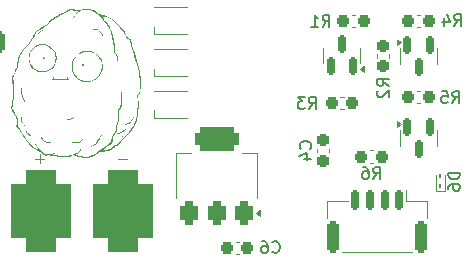
<source format=gbr>
%TF.GenerationSoftware,KiCad,Pcbnew,8.0.4*%
%TF.CreationDate,2025-03-19T01:09:58-05:00*%
%TF.ProjectId,Melty,4d656c74-792e-46b6-9963-61645f706362,rev?*%
%TF.SameCoordinates,Original*%
%TF.FileFunction,Legend,Bot*%
%TF.FilePolarity,Positive*%
%FSLAX46Y46*%
G04 Gerber Fmt 4.6, Leading zero omitted, Abs format (unit mm)*
G04 Created by KiCad (PCBNEW 8.0.4) date 2025-03-19 01:09:58*
%MOMM*%
%LPD*%
G01*
G04 APERTURE LIST*
G04 Aperture macros list*
%AMRoundRect*
0 Rectangle with rounded corners*
0 $1 Rounding radius*
0 $2 $3 $4 $5 $6 $7 $8 $9 X,Y pos of 4 corners*
0 Add a 4 corners polygon primitive as box body*
4,1,4,$2,$3,$4,$5,$6,$7,$8,$9,$2,$3,0*
0 Add four circle primitives for the rounded corners*
1,1,$1+$1,$2,$3*
1,1,$1+$1,$4,$5*
1,1,$1+$1,$6,$7*
1,1,$1+$1,$8,$9*
0 Add four rect primitives between the rounded corners*
20,1,$1+$1,$2,$3,$4,$5,0*
20,1,$1+$1,$4,$5,$6,$7,0*
20,1,$1+$1,$6,$7,$8,$9,0*
20,1,$1+$1,$8,$9,$2,$3,0*%
G04 Aperture macros list end*
%ADD10C,0.150000*%
%ADD11C,0.100000*%
%ADD12C,0.000000*%
%ADD13C,0.120000*%
%ADD14C,3.800000*%
%ADD15RoundRect,0.250200X0.649800X0.649800X-0.649800X0.649800X-0.649800X-0.649800X0.649800X-0.649800X0*%
%ADD16C,1.800000*%
%ADD17RoundRect,1.250000X1.250000X-2.750000X1.250000X2.750000X-1.250000X2.750000X-1.250000X-2.750000X0*%
%ADD18R,3.000000X3.000000*%
%ADD19C,3.000000*%
%ADD20RoundRect,0.150000X-0.150000X0.587500X-0.150000X-0.587500X0.150000X-0.587500X0.150000X0.587500X0*%
%ADD21RoundRect,0.237500X0.300000X0.237500X-0.300000X0.237500X-0.300000X-0.237500X0.300000X-0.237500X0*%
%ADD22RoundRect,0.237500X-0.237500X0.300000X-0.237500X-0.300000X0.237500X-0.300000X0.237500X0.300000X0*%
%ADD23RoundRect,0.237500X-0.300000X-0.237500X0.300000X-0.237500X0.300000X0.237500X-0.300000X0.237500X0*%
%ADD24R,0.700000X0.700000*%
%ADD25RoundRect,0.150000X0.150000X-0.587500X0.150000X0.587500X-0.150000X0.587500X-0.150000X-0.587500X0*%
%ADD26RoundRect,0.375000X0.375000X-0.625000X0.375000X0.625000X-0.375000X0.625000X-0.375000X-0.625000X0*%
%ADD27RoundRect,0.500000X1.400000X-0.500000X1.400000X0.500000X-1.400000X0.500000X-1.400000X-0.500000X0*%
%ADD28RoundRect,0.062500X-0.062500X0.117500X-0.062500X-0.117500X0.062500X-0.117500X0.062500X0.117500X0*%
%ADD29RoundRect,0.150000X0.150000X0.700000X-0.150000X0.700000X-0.150000X-0.700000X0.150000X-0.700000X0*%
%ADD30RoundRect,0.250000X0.250000X1.100000X-0.250000X1.100000X-0.250000X-1.100000X0.250000X-1.100000X0*%
%ADD31RoundRect,1.250000X-1.250000X-2.250000X1.250000X-2.250000X1.250000X2.250000X-1.250000X2.250000X0*%
G04 APERTURE END LIST*
D10*
X189866666Y-51504819D02*
X190199999Y-51028628D01*
X190438094Y-51504819D02*
X190438094Y-50504819D01*
X190438094Y-50504819D02*
X190057142Y-50504819D01*
X190057142Y-50504819D02*
X189961904Y-50552438D01*
X189961904Y-50552438D02*
X189914285Y-50600057D01*
X189914285Y-50600057D02*
X189866666Y-50695295D01*
X189866666Y-50695295D02*
X189866666Y-50838152D01*
X189866666Y-50838152D02*
X189914285Y-50933390D01*
X189914285Y-50933390D02*
X189961904Y-50981009D01*
X189961904Y-50981009D02*
X190057142Y-51028628D01*
X190057142Y-51028628D02*
X190438094Y-51028628D01*
X188914285Y-51504819D02*
X189485713Y-51504819D01*
X189199999Y-51504819D02*
X189199999Y-50504819D01*
X189199999Y-50504819D02*
X189295237Y-50647676D01*
X189295237Y-50647676D02*
X189390475Y-50742914D01*
X189390475Y-50742914D02*
X189485713Y-50790533D01*
X188829580Y-61833333D02*
X188877200Y-61785714D01*
X188877200Y-61785714D02*
X188924819Y-61642857D01*
X188924819Y-61642857D02*
X188924819Y-61547619D01*
X188924819Y-61547619D02*
X188877200Y-61404762D01*
X188877200Y-61404762D02*
X188781961Y-61309524D01*
X188781961Y-61309524D02*
X188686723Y-61261905D01*
X188686723Y-61261905D02*
X188496247Y-61214286D01*
X188496247Y-61214286D02*
X188353390Y-61214286D01*
X188353390Y-61214286D02*
X188162914Y-61261905D01*
X188162914Y-61261905D02*
X188067676Y-61309524D01*
X188067676Y-61309524D02*
X187972438Y-61404762D01*
X187972438Y-61404762D02*
X187924819Y-61547619D01*
X187924819Y-61547619D02*
X187924819Y-61642857D01*
X187924819Y-61642857D02*
X187972438Y-61785714D01*
X187972438Y-61785714D02*
X188020057Y-61833333D01*
X188258152Y-62690476D02*
X188924819Y-62690476D01*
X187877200Y-62452381D02*
X188591485Y-62214286D01*
X188591485Y-62214286D02*
X188591485Y-62833333D01*
X185616666Y-70559580D02*
X185664285Y-70607200D01*
X185664285Y-70607200D02*
X185807142Y-70654819D01*
X185807142Y-70654819D02*
X185902380Y-70654819D01*
X185902380Y-70654819D02*
X186045237Y-70607200D01*
X186045237Y-70607200D02*
X186140475Y-70511961D01*
X186140475Y-70511961D02*
X186188094Y-70416723D01*
X186188094Y-70416723D02*
X186235713Y-70226247D01*
X186235713Y-70226247D02*
X186235713Y-70083390D01*
X186235713Y-70083390D02*
X186188094Y-69892914D01*
X186188094Y-69892914D02*
X186140475Y-69797676D01*
X186140475Y-69797676D02*
X186045237Y-69702438D01*
X186045237Y-69702438D02*
X185902380Y-69654819D01*
X185902380Y-69654819D02*
X185807142Y-69654819D01*
X185807142Y-69654819D02*
X185664285Y-69702438D01*
X185664285Y-69702438D02*
X185616666Y-69750057D01*
X184759523Y-69654819D02*
X184949999Y-69654819D01*
X184949999Y-69654819D02*
X185045237Y-69702438D01*
X185045237Y-69702438D02*
X185092856Y-69750057D01*
X185092856Y-69750057D02*
X185188094Y-69892914D01*
X185188094Y-69892914D02*
X185235713Y-70083390D01*
X185235713Y-70083390D02*
X185235713Y-70464342D01*
X185235713Y-70464342D02*
X185188094Y-70559580D01*
X185188094Y-70559580D02*
X185140475Y-70607200D01*
X185140475Y-70607200D02*
X185045237Y-70654819D01*
X185045237Y-70654819D02*
X184854761Y-70654819D01*
X184854761Y-70654819D02*
X184759523Y-70607200D01*
X184759523Y-70607200D02*
X184711904Y-70559580D01*
X184711904Y-70559580D02*
X184664285Y-70464342D01*
X184664285Y-70464342D02*
X184664285Y-70226247D01*
X184664285Y-70226247D02*
X184711904Y-70131009D01*
X184711904Y-70131009D02*
X184759523Y-70083390D01*
X184759523Y-70083390D02*
X184854761Y-70035771D01*
X184854761Y-70035771D02*
X185045237Y-70035771D01*
X185045237Y-70035771D02*
X185140475Y-70083390D01*
X185140475Y-70083390D02*
X185188094Y-70131009D01*
X185188094Y-70131009D02*
X185235713Y-70226247D01*
X200866666Y-57954819D02*
X201199999Y-57478628D01*
X201438094Y-57954819D02*
X201438094Y-56954819D01*
X201438094Y-56954819D02*
X201057142Y-56954819D01*
X201057142Y-56954819D02*
X200961904Y-57002438D01*
X200961904Y-57002438D02*
X200914285Y-57050057D01*
X200914285Y-57050057D02*
X200866666Y-57145295D01*
X200866666Y-57145295D02*
X200866666Y-57288152D01*
X200866666Y-57288152D02*
X200914285Y-57383390D01*
X200914285Y-57383390D02*
X200961904Y-57431009D01*
X200961904Y-57431009D02*
X201057142Y-57478628D01*
X201057142Y-57478628D02*
X201438094Y-57478628D01*
X199961904Y-56954819D02*
X200438094Y-56954819D01*
X200438094Y-56954819D02*
X200485713Y-57431009D01*
X200485713Y-57431009D02*
X200438094Y-57383390D01*
X200438094Y-57383390D02*
X200342856Y-57335771D01*
X200342856Y-57335771D02*
X200104761Y-57335771D01*
X200104761Y-57335771D02*
X200009523Y-57383390D01*
X200009523Y-57383390D02*
X199961904Y-57431009D01*
X199961904Y-57431009D02*
X199914285Y-57526247D01*
X199914285Y-57526247D02*
X199914285Y-57764342D01*
X199914285Y-57764342D02*
X199961904Y-57859580D01*
X199961904Y-57859580D02*
X200009523Y-57907200D01*
X200009523Y-57907200D02*
X200104761Y-57954819D01*
X200104761Y-57954819D02*
X200342856Y-57954819D01*
X200342856Y-57954819D02*
X200438094Y-57907200D01*
X200438094Y-57907200D02*
X200485713Y-57859580D01*
X194166666Y-64384819D02*
X194499999Y-63908628D01*
X194738094Y-64384819D02*
X194738094Y-63384819D01*
X194738094Y-63384819D02*
X194357142Y-63384819D01*
X194357142Y-63384819D02*
X194261904Y-63432438D01*
X194261904Y-63432438D02*
X194214285Y-63480057D01*
X194214285Y-63480057D02*
X194166666Y-63575295D01*
X194166666Y-63575295D02*
X194166666Y-63718152D01*
X194166666Y-63718152D02*
X194214285Y-63813390D01*
X194214285Y-63813390D02*
X194261904Y-63861009D01*
X194261904Y-63861009D02*
X194357142Y-63908628D01*
X194357142Y-63908628D02*
X194738094Y-63908628D01*
X193309523Y-63384819D02*
X193499999Y-63384819D01*
X193499999Y-63384819D02*
X193595237Y-63432438D01*
X193595237Y-63432438D02*
X193642856Y-63480057D01*
X193642856Y-63480057D02*
X193738094Y-63622914D01*
X193738094Y-63622914D02*
X193785713Y-63813390D01*
X193785713Y-63813390D02*
X193785713Y-64194342D01*
X193785713Y-64194342D02*
X193738094Y-64289580D01*
X193738094Y-64289580D02*
X193690475Y-64337200D01*
X193690475Y-64337200D02*
X193595237Y-64384819D01*
X193595237Y-64384819D02*
X193404761Y-64384819D01*
X193404761Y-64384819D02*
X193309523Y-64337200D01*
X193309523Y-64337200D02*
X193261904Y-64289580D01*
X193261904Y-64289580D02*
X193214285Y-64194342D01*
X193214285Y-64194342D02*
X193214285Y-63956247D01*
X193214285Y-63956247D02*
X193261904Y-63861009D01*
X193261904Y-63861009D02*
X193309523Y-63813390D01*
X193309523Y-63813390D02*
X193404761Y-63765771D01*
X193404761Y-63765771D02*
X193595237Y-63765771D01*
X193595237Y-63765771D02*
X193690475Y-63813390D01*
X193690475Y-63813390D02*
X193738094Y-63861009D01*
X193738094Y-63861009D02*
X193785713Y-63956247D01*
X188716666Y-58454819D02*
X189049999Y-57978628D01*
X189288094Y-58454819D02*
X189288094Y-57454819D01*
X189288094Y-57454819D02*
X188907142Y-57454819D01*
X188907142Y-57454819D02*
X188811904Y-57502438D01*
X188811904Y-57502438D02*
X188764285Y-57550057D01*
X188764285Y-57550057D02*
X188716666Y-57645295D01*
X188716666Y-57645295D02*
X188716666Y-57788152D01*
X188716666Y-57788152D02*
X188764285Y-57883390D01*
X188764285Y-57883390D02*
X188811904Y-57931009D01*
X188811904Y-57931009D02*
X188907142Y-57978628D01*
X188907142Y-57978628D02*
X189288094Y-57978628D01*
X188383332Y-57454819D02*
X187764285Y-57454819D01*
X187764285Y-57454819D02*
X188097618Y-57835771D01*
X188097618Y-57835771D02*
X187954761Y-57835771D01*
X187954761Y-57835771D02*
X187859523Y-57883390D01*
X187859523Y-57883390D02*
X187811904Y-57931009D01*
X187811904Y-57931009D02*
X187764285Y-58026247D01*
X187764285Y-58026247D02*
X187764285Y-58264342D01*
X187764285Y-58264342D02*
X187811904Y-58359580D01*
X187811904Y-58359580D02*
X187859523Y-58407200D01*
X187859523Y-58407200D02*
X187954761Y-58454819D01*
X187954761Y-58454819D02*
X188240475Y-58454819D01*
X188240475Y-58454819D02*
X188335713Y-58407200D01*
X188335713Y-58407200D02*
X188383332Y-58359580D01*
X201504819Y-63861905D02*
X200504819Y-63861905D01*
X200504819Y-63861905D02*
X200504819Y-64100000D01*
X200504819Y-64100000D02*
X200552438Y-64242857D01*
X200552438Y-64242857D02*
X200647676Y-64338095D01*
X200647676Y-64338095D02*
X200742914Y-64385714D01*
X200742914Y-64385714D02*
X200933390Y-64433333D01*
X200933390Y-64433333D02*
X201076247Y-64433333D01*
X201076247Y-64433333D02*
X201266723Y-64385714D01*
X201266723Y-64385714D02*
X201361961Y-64338095D01*
X201361961Y-64338095D02*
X201457200Y-64242857D01*
X201457200Y-64242857D02*
X201504819Y-64100000D01*
X201504819Y-64100000D02*
X201504819Y-63861905D01*
X200504819Y-65290476D02*
X200504819Y-65100000D01*
X200504819Y-65100000D02*
X200552438Y-65004762D01*
X200552438Y-65004762D02*
X200600057Y-64957143D01*
X200600057Y-64957143D02*
X200742914Y-64861905D01*
X200742914Y-64861905D02*
X200933390Y-64814286D01*
X200933390Y-64814286D02*
X201314342Y-64814286D01*
X201314342Y-64814286D02*
X201409580Y-64861905D01*
X201409580Y-64861905D02*
X201457200Y-64909524D01*
X201457200Y-64909524D02*
X201504819Y-65004762D01*
X201504819Y-65004762D02*
X201504819Y-65195238D01*
X201504819Y-65195238D02*
X201457200Y-65290476D01*
X201457200Y-65290476D02*
X201409580Y-65338095D01*
X201409580Y-65338095D02*
X201314342Y-65385714D01*
X201314342Y-65385714D02*
X201076247Y-65385714D01*
X201076247Y-65385714D02*
X200981009Y-65338095D01*
X200981009Y-65338095D02*
X200933390Y-65290476D01*
X200933390Y-65290476D02*
X200885771Y-65195238D01*
X200885771Y-65195238D02*
X200885771Y-65004762D01*
X200885771Y-65004762D02*
X200933390Y-64909524D01*
X200933390Y-64909524D02*
X200981009Y-64861905D01*
X200981009Y-64861905D02*
X201076247Y-64814286D01*
X201016666Y-51454819D02*
X201349999Y-50978628D01*
X201588094Y-51454819D02*
X201588094Y-50454819D01*
X201588094Y-50454819D02*
X201207142Y-50454819D01*
X201207142Y-50454819D02*
X201111904Y-50502438D01*
X201111904Y-50502438D02*
X201064285Y-50550057D01*
X201064285Y-50550057D02*
X201016666Y-50645295D01*
X201016666Y-50645295D02*
X201016666Y-50788152D01*
X201016666Y-50788152D02*
X201064285Y-50883390D01*
X201064285Y-50883390D02*
X201111904Y-50931009D01*
X201111904Y-50931009D02*
X201207142Y-50978628D01*
X201207142Y-50978628D02*
X201588094Y-50978628D01*
X200159523Y-50788152D02*
X200159523Y-51454819D01*
X200397618Y-50407200D02*
X200635713Y-51121485D01*
X200635713Y-51121485D02*
X200016666Y-51121485D01*
X195504819Y-56533333D02*
X195028628Y-56200000D01*
X195504819Y-55961905D02*
X194504819Y-55961905D01*
X194504819Y-55961905D02*
X194504819Y-56342857D01*
X194504819Y-56342857D02*
X194552438Y-56438095D01*
X194552438Y-56438095D02*
X194600057Y-56485714D01*
X194600057Y-56485714D02*
X194695295Y-56533333D01*
X194695295Y-56533333D02*
X194838152Y-56533333D01*
X194838152Y-56533333D02*
X194933390Y-56485714D01*
X194933390Y-56485714D02*
X194981009Y-56438095D01*
X194981009Y-56438095D02*
X195028628Y-56342857D01*
X195028628Y-56342857D02*
X195028628Y-55961905D01*
X194600057Y-56914286D02*
X194552438Y-56961905D01*
X194552438Y-56961905D02*
X194504819Y-57057143D01*
X194504819Y-57057143D02*
X194504819Y-57295238D01*
X194504819Y-57295238D02*
X194552438Y-57390476D01*
X194552438Y-57390476D02*
X194600057Y-57438095D01*
X194600057Y-57438095D02*
X194695295Y-57485714D01*
X194695295Y-57485714D02*
X194790533Y-57485714D01*
X194790533Y-57485714D02*
X194933390Y-57438095D01*
X194933390Y-57438095D02*
X195504819Y-56866667D01*
X195504819Y-56866667D02*
X195504819Y-57485714D01*
D11*
X165553884Y-62708224D02*
X166315789Y-62708224D01*
X165934836Y-62327271D02*
X165934836Y-63089176D01*
X172553884Y-62708224D02*
X173315789Y-62708224D01*
D12*
%TO.C,G\u002A\u002A\u002A*%
G36*
X174461319Y-56709904D02*
G01*
X174455078Y-56840340D01*
X174445347Y-56943511D01*
X174431392Y-57024396D01*
X174412479Y-57087974D01*
X174387876Y-57139226D01*
X174356847Y-57183129D01*
X174318660Y-57224665D01*
X174228960Y-57314364D01*
X174264005Y-57520224D01*
X174275706Y-57592036D01*
X174308406Y-57860102D01*
X174317481Y-58092150D01*
X174303016Y-58289877D01*
X174293227Y-58363716D01*
X174279740Y-58475635D01*
X174264299Y-58611284D01*
X174248135Y-58759847D01*
X174232477Y-58910504D01*
X174229767Y-58937103D01*
X174210643Y-59110731D01*
X174191245Y-59250957D01*
X174168919Y-59367849D01*
X174141015Y-59471476D01*
X174104880Y-59571906D01*
X174057865Y-59679207D01*
X173997316Y-59803448D01*
X173912350Y-59964468D01*
X173824920Y-60109824D01*
X173729449Y-60245987D01*
X173619029Y-60382078D01*
X173486754Y-60527221D01*
X173325717Y-60690539D01*
X173318212Y-60697960D01*
X173204685Y-60812845D01*
X173092447Y-60930839D01*
X172989311Y-61043425D01*
X172903090Y-61142085D01*
X172841597Y-61218302D01*
X172799909Y-61273447D01*
X172734838Y-61357535D01*
X172678720Y-61427781D01*
X172640382Y-61473012D01*
X172602850Y-61508784D01*
X172521222Y-61566011D01*
X172435255Y-61606919D01*
X172361651Y-61622546D01*
X172319574Y-61636258D01*
X172257776Y-61682962D01*
X172175478Y-61765245D01*
X172142782Y-61799700D01*
X172065382Y-61871522D01*
X171992225Y-61920719D01*
X171908311Y-61958118D01*
X171760421Y-62004571D01*
X171523532Y-62053082D01*
X171245800Y-62084434D01*
X171032449Y-62100749D01*
X170762953Y-62262742D01*
X170682441Y-62311022D01*
X170568892Y-62378228D01*
X170478464Y-62429829D01*
X170401587Y-62470838D01*
X170328693Y-62506267D01*
X170250216Y-62541130D01*
X170156587Y-62580439D01*
X170122482Y-62594475D01*
X170045822Y-62625387D01*
X169990155Y-62646917D01*
X169965694Y-62655071D01*
X169939489Y-62654069D01*
X169862081Y-62645065D01*
X169753873Y-62628166D01*
X169623214Y-62604999D01*
X169478452Y-62577194D01*
X169327938Y-62546380D01*
X169180021Y-62514183D01*
X169043050Y-62482234D01*
X168925374Y-62452160D01*
X168772144Y-62410530D01*
X168566046Y-62482542D01*
X168512247Y-62501121D01*
X168443214Y-62522982D01*
X168381656Y-62537823D01*
X168317095Y-62546953D01*
X168239054Y-62551680D01*
X168137054Y-62553313D01*
X168000619Y-62553161D01*
X167951890Y-62552869D01*
X167825241Y-62550556D01*
X167712841Y-62545135D01*
X167603042Y-62535418D01*
X167484196Y-62520213D01*
X167344653Y-62498332D01*
X167172766Y-62468584D01*
X167147616Y-62464124D01*
X166994594Y-62437434D01*
X166877408Y-62418307D01*
X166788798Y-62406058D01*
X166721500Y-62400000D01*
X166668253Y-62399449D01*
X166621795Y-62403718D01*
X166574864Y-62412122D01*
X166572204Y-62412668D01*
X166484193Y-62425109D01*
X166410370Y-62419361D01*
X166340143Y-62391230D01*
X166262917Y-62336518D01*
X166168098Y-62251032D01*
X166099683Y-62191288D01*
X165959469Y-62092690D01*
X165781692Y-61992415D01*
X165669311Y-61933366D01*
X165504640Y-61841062D01*
X165361033Y-61750520D01*
X165233242Y-61656552D01*
X165116016Y-61553970D01*
X165004108Y-61437586D01*
X164892267Y-61302211D01*
X164775244Y-61142659D01*
X164647791Y-60953740D01*
X164504658Y-60730268D01*
X164483682Y-60696826D01*
X164407735Y-60573776D01*
X164333218Y-60450378D01*
X164267746Y-60339345D01*
X164218936Y-60253388D01*
X164205253Y-60228998D01*
X164146397Y-60132964D01*
X164085048Y-60043908D01*
X164032469Y-59978441D01*
X163944574Y-59883233D01*
X163982175Y-59729795D01*
X163989141Y-59700461D01*
X164005704Y-59612196D01*
X164010559Y-59532318D01*
X164001684Y-59453085D01*
X163977059Y-59366753D01*
X163934662Y-59265579D01*
X163872472Y-59141822D01*
X163788467Y-58987737D01*
X163732542Y-58885762D01*
X163667895Y-58764272D01*
X163611678Y-58654751D01*
X163568501Y-58566214D01*
X163542974Y-58507675D01*
X163535242Y-58486137D01*
X163521565Y-58437890D01*
X163516569Y-58401954D01*
X163605173Y-58401954D01*
X163742235Y-58675376D01*
X163743360Y-58677619D01*
X163803275Y-58794583D01*
X163865292Y-58911513D01*
X163922159Y-59014958D01*
X163966621Y-59091468D01*
X163967150Y-59092333D01*
X164013257Y-59174485D01*
X164050541Y-59253024D01*
X164070973Y-59311057D01*
X164080730Y-59380771D01*
X164085126Y-59485331D01*
X164082340Y-59597631D01*
X164072884Y-59700237D01*
X164057274Y-59775717D01*
X164044151Y-59827010D01*
X164052074Y-59866817D01*
X164088764Y-59912034D01*
X164119801Y-59950712D01*
X164164544Y-60015142D01*
X164215124Y-60093432D01*
X164265309Y-60175390D01*
X164308869Y-60250823D01*
X164339574Y-60309539D01*
X164351194Y-60341346D01*
X164362475Y-60365254D01*
X164395387Y-60419795D01*
X164445498Y-60498046D01*
X164508356Y-60593386D01*
X164579508Y-60699198D01*
X164654502Y-60808863D01*
X164728887Y-60915761D01*
X164798208Y-61013274D01*
X164858015Y-61094783D01*
X164980819Y-61250373D01*
X165110212Y-61398131D01*
X165231996Y-61520885D01*
X165339375Y-61611339D01*
X165384702Y-61642386D01*
X165457827Y-61688448D01*
X165543799Y-61739909D01*
X165634094Y-61791959D01*
X165720188Y-61839783D01*
X165793559Y-61878572D01*
X165845681Y-61903512D01*
X165868033Y-61909792D01*
X165858662Y-61891068D01*
X165827458Y-61843368D01*
X165779321Y-61774065D01*
X165719219Y-61690481D01*
X165660490Y-61609058D01*
X165610504Y-61537846D01*
X165576800Y-61487603D01*
X165564592Y-61465901D01*
X165571682Y-61470101D01*
X165602743Y-61500371D01*
X165652794Y-61553352D01*
X165715569Y-61622546D01*
X165745583Y-61656036D01*
X165874955Y-61797270D01*
X166000766Y-61929916D01*
X166117897Y-62048858D01*
X166221228Y-62148982D01*
X166305638Y-62225173D01*
X166366007Y-62272316D01*
X166390387Y-62288125D01*
X166446419Y-62317194D01*
X166498051Y-62324898D01*
X166568130Y-62316196D01*
X166629301Y-62305659D01*
X166724138Y-62289587D01*
X166837535Y-62270540D01*
X166956322Y-62250740D01*
X166963715Y-62249511D01*
X167073762Y-62230771D01*
X167169747Y-62213652D01*
X167241578Y-62200000D01*
X167279161Y-62191662D01*
X167303999Y-62188053D01*
X167306090Y-62203753D01*
X167286969Y-62217926D01*
X167234270Y-62241250D01*
X167162915Y-62264791D01*
X167106017Y-62282056D01*
X167047423Y-62302628D01*
X167018081Y-62316739D01*
X167018411Y-62318471D01*
X167045774Y-62327982D01*
X167107923Y-62342173D01*
X167197386Y-62359768D01*
X167306694Y-62379493D01*
X167428377Y-62400073D01*
X167554966Y-62420232D01*
X167678989Y-62438698D01*
X167792977Y-62454193D01*
X167889459Y-62465445D01*
X167897994Y-62466234D01*
X167991930Y-62468824D01*
X168104889Y-62464284D01*
X168214293Y-62453448D01*
X168216095Y-62453201D01*
X168285243Y-62442070D01*
X168357414Y-62426608D01*
X168439079Y-62404820D01*
X168536712Y-62374714D01*
X168656785Y-62334296D01*
X168805770Y-62281574D01*
X168990141Y-62214555D01*
X169011497Y-62205445D01*
X169075998Y-62163980D01*
X169153025Y-62094688D01*
X169248408Y-61992558D01*
X169308339Y-61926162D01*
X169368288Y-61862619D01*
X169412258Y-61819308D01*
X169433541Y-61803095D01*
X169434942Y-61819316D01*
X169417182Y-61864150D01*
X169385177Y-61928378D01*
X169344036Y-62002770D01*
X169298868Y-62078092D01*
X169254782Y-62145114D01*
X169216886Y-62194603D01*
X169204044Y-62208218D01*
X169125170Y-62270325D01*
X169035212Y-62316626D01*
X168924447Y-62357998D01*
X169125044Y-62404448D01*
X169141502Y-62408232D01*
X169263945Y-62435209D01*
X169393706Y-62462211D01*
X169505305Y-62483915D01*
X169523805Y-62487298D01*
X169677749Y-62513463D01*
X169798395Y-62528679D01*
X169895049Y-62532869D01*
X169977018Y-62525949D01*
X170053609Y-62507840D01*
X170134129Y-62478461D01*
X170144368Y-62474238D01*
X170343281Y-62381988D01*
X170565838Y-62261759D01*
X170805232Y-62117987D01*
X171054656Y-61955110D01*
X171307300Y-61777562D01*
X171556356Y-61589781D01*
X171795017Y-61396203D01*
X171832600Y-61363941D01*
X171894540Y-61304361D01*
X171937348Y-61247035D01*
X171966972Y-61180231D01*
X171989360Y-61092219D01*
X172010460Y-60971264D01*
X172013382Y-60953092D01*
X172031333Y-60857800D01*
X172053510Y-60783320D01*
X172086316Y-60716056D01*
X172136153Y-60642411D01*
X172209425Y-60548788D01*
X172257882Y-60487677D01*
X172297178Y-60431377D01*
X172322583Y-60378856D01*
X172338322Y-60317964D01*
X172348620Y-60236554D01*
X172357704Y-60122477D01*
X172360533Y-60086797D01*
X172373858Y-59975526D01*
X172395674Y-59878672D01*
X172430783Y-59778549D01*
X172483989Y-59657471D01*
X172489446Y-59645530D01*
X172505646Y-59605430D01*
X172518017Y-59562419D01*
X172527321Y-59509497D01*
X172534318Y-59439664D01*
X172539769Y-59345921D01*
X172544435Y-59221267D01*
X172549077Y-59058703D01*
X172561998Y-58572224D01*
X172665657Y-58362505D01*
X172691738Y-58308851D01*
X172717984Y-58250111D01*
X172739244Y-58192699D01*
X172756083Y-58131477D01*
X172769069Y-58061307D01*
X172778769Y-57977051D01*
X172785750Y-57873570D01*
X172790579Y-57745726D01*
X172793822Y-57588380D01*
X172796046Y-57396395D01*
X172797819Y-57164633D01*
X172799136Y-57007064D01*
X172800880Y-56878311D01*
X172803095Y-56789974D01*
X172805914Y-56739717D01*
X172809473Y-56725204D01*
X172813910Y-56744103D01*
X172819358Y-56794076D01*
X172824178Y-56845728D01*
X172835826Y-56968921D01*
X172848814Y-57104736D01*
X172861124Y-57232007D01*
X172861665Y-57237639D01*
X172870825Y-57359542D01*
X172878309Y-57507229D01*
X172883359Y-57662580D01*
X172885216Y-57807477D01*
X172885057Y-57866680D01*
X172882128Y-58006126D01*
X172873600Y-58115218D01*
X172857004Y-58204645D01*
X172829873Y-58285095D01*
X172789738Y-58367257D01*
X172734132Y-58461819D01*
X172649425Y-58599543D01*
X172656322Y-59051727D01*
X172663219Y-59503910D01*
X172561441Y-59717372D01*
X172544469Y-59753096D01*
X172504370Y-59841308D01*
X172479498Y-59908836D01*
X172466292Y-59970428D01*
X172461189Y-60040830D01*
X172460630Y-60134790D01*
X172458956Y-60236444D01*
X172448197Y-60332834D01*
X172423560Y-60407632D01*
X172380486Y-60473577D01*
X172314417Y-60543406D01*
X172299276Y-60558841D01*
X172222598Y-60670823D01*
X172162902Y-60822019D01*
X172121185Y-61010026D01*
X172117434Y-61033750D01*
X172097690Y-61148890D01*
X172076950Y-61233115D01*
X172048895Y-61297984D01*
X172007205Y-61355054D01*
X171945562Y-61415882D01*
X171857645Y-61492026D01*
X171806836Y-61534660D01*
X171692293Y-61628151D01*
X171573869Y-61722064D01*
X171470380Y-61801369D01*
X171410082Y-61846520D01*
X171337833Y-61901046D01*
X171284595Y-61941741D01*
X171258890Y-61962126D01*
X171256652Y-61964860D01*
X171271713Y-61971700D01*
X171322770Y-61970354D01*
X171403286Y-61961500D01*
X171506725Y-61945815D01*
X171626551Y-61923980D01*
X171706515Y-61905635D01*
X171805975Y-61876147D01*
X171895549Y-61842991D01*
X171966798Y-61809739D01*
X172011283Y-61779963D01*
X172020564Y-61757233D01*
X172016401Y-61747937D01*
X172026876Y-61739894D01*
X172027733Y-61740044D01*
X172053674Y-61725535D01*
X172098890Y-61685538D01*
X172154145Y-61628161D01*
X172196874Y-61582403D01*
X172247542Y-61537308D01*
X172290740Y-61515766D01*
X172338210Y-61510256D01*
X172409704Y-61501143D01*
X172476491Y-61478331D01*
X172509388Y-61456952D01*
X172579593Y-61397103D01*
X172661670Y-61314615D01*
X172747000Y-61218368D01*
X172826964Y-61117241D01*
X172853255Y-61084114D01*
X172914396Y-61013281D01*
X172995017Y-60924275D01*
X173087718Y-60825217D01*
X173185102Y-60724226D01*
X173309461Y-60594204D01*
X173489032Y-60391139D01*
X173640269Y-60197015D01*
X173769681Y-60003235D01*
X173883774Y-59801205D01*
X173942635Y-59685349D01*
X174004085Y-59553012D01*
X174048505Y-59436824D01*
X174079882Y-59324242D01*
X174102201Y-59202724D01*
X174119450Y-59059727D01*
X174124177Y-59014145D01*
X174138212Y-58884676D01*
X174155312Y-58732659D01*
X174173738Y-58573419D01*
X174191752Y-58422281D01*
X174203892Y-58314625D01*
X174222705Y-58069457D01*
X174224860Y-57849401D01*
X174210198Y-57642534D01*
X174178558Y-57436932D01*
X174148865Y-57282529D01*
X174256101Y-57178665D01*
X174309026Y-57124838D01*
X174346787Y-57073691D01*
X174367283Y-57018403D01*
X174379776Y-56941192D01*
X174385271Y-56868225D01*
X174388592Y-56754043D01*
X174389469Y-56610566D01*
X174388127Y-56445834D01*
X174384793Y-56267883D01*
X174379693Y-56084752D01*
X174373053Y-55904479D01*
X174365101Y-55735102D01*
X174356061Y-55584659D01*
X174346160Y-55461188D01*
X174335624Y-55372728D01*
X174334390Y-55365106D01*
X174309291Y-55244218D01*
X174269606Y-55092002D01*
X174217946Y-54917830D01*
X174156920Y-54731075D01*
X174139583Y-54680057D01*
X174019831Y-54313394D01*
X173905856Y-53937544D01*
X173794184Y-53540677D01*
X173681344Y-53110964D01*
X173564137Y-52650575D01*
X173443651Y-52577679D01*
X173385282Y-52544611D01*
X173325381Y-52515810D01*
X173289082Y-52504691D01*
X173271360Y-52495251D01*
X173244363Y-52446354D01*
X173215574Y-52354283D01*
X173188972Y-52261809D01*
X173140571Y-52131702D01*
X173078575Y-52009434D01*
X172997561Y-51886097D01*
X172892107Y-51752784D01*
X172756791Y-51600585D01*
X172739027Y-51581384D01*
X172556330Y-51388475D01*
X172392729Y-51226678D01*
X172241223Y-51091426D01*
X172094806Y-50978153D01*
X171946475Y-50882294D01*
X171789227Y-50799281D01*
X171616057Y-50724550D01*
X171419963Y-50653533D01*
X171193941Y-50581665D01*
X171190694Y-50580759D01*
X171176311Y-50584550D01*
X171188020Y-50612598D01*
X171227628Y-50669621D01*
X171269214Y-50728342D01*
X171328986Y-50818043D01*
X171384448Y-50906171D01*
X171391491Y-50917564D01*
X171479425Y-51032555D01*
X171579071Y-51122988D01*
X171631639Y-51164680D01*
X171684693Y-51220978D01*
X171735133Y-51295168D01*
X171792253Y-51399294D01*
X171847105Y-51509249D01*
X171915688Y-51662528D01*
X171975480Y-51820032D01*
X172031441Y-51995185D01*
X172088530Y-52201415D01*
X172117342Y-52313537D01*
X172176303Y-52558576D01*
X172227148Y-52792137D01*
X172268722Y-53007972D01*
X172299869Y-53199835D01*
X172319435Y-53361479D01*
X172326263Y-53486656D01*
X172326409Y-53693913D01*
X172428345Y-53829518D01*
X172439122Y-53843880D01*
X172476504Y-53895748D01*
X172503737Y-53941751D01*
X172522794Y-53990349D01*
X172535650Y-54049999D01*
X172544278Y-54129159D01*
X172550651Y-54236287D01*
X172556741Y-54379841D01*
X172559361Y-54446663D01*
X172561894Y-54529432D01*
X172561283Y-54574999D01*
X172556806Y-54588219D01*
X172547741Y-54573950D01*
X172533365Y-54537047D01*
X172529471Y-54525376D01*
X172513289Y-54452152D01*
X172500278Y-54355728D01*
X172492959Y-54253768D01*
X172488767Y-54171436D01*
X172477361Y-54080938D01*
X172454724Y-54009274D01*
X172415425Y-53941099D01*
X172354038Y-53861065D01*
X172291911Y-53757592D01*
X172248621Y-53611013D01*
X172233952Y-53435440D01*
X172233128Y-53418970D01*
X172224850Y-53351562D01*
X172208890Y-53251257D01*
X172186755Y-53125786D01*
X172159948Y-52982879D01*
X172129975Y-52830269D01*
X172098340Y-52675685D01*
X172066550Y-52526859D01*
X172036107Y-52391522D01*
X172008519Y-52277405D01*
X171978013Y-52165720D01*
X171919544Y-51978937D01*
X171852680Y-51790265D01*
X171782970Y-51615052D01*
X171715967Y-51468643D01*
X171686030Y-51411307D01*
X171633737Y-51326990D01*
X171577699Y-51262693D01*
X171506185Y-51203598D01*
X171428293Y-51136971D01*
X171350858Y-51046551D01*
X171270705Y-50925359D01*
X171245098Y-50883872D01*
X171177822Y-50785459D01*
X171105468Y-50698167D01*
X171019676Y-50613441D01*
X170912085Y-50522725D01*
X170774334Y-50417465D01*
X170669524Y-50343387D01*
X170488191Y-50231924D01*
X170314674Y-50145834D01*
X170155772Y-50088308D01*
X170018286Y-50062538D01*
X169936843Y-50060798D01*
X169784070Y-50071927D01*
X169622124Y-50097648D01*
X169468933Y-50134835D01*
X169342425Y-50180362D01*
X169338788Y-50182034D01*
X169228487Y-50248193D01*
X169107676Y-50346404D01*
X168985240Y-50468646D01*
X168870061Y-50606897D01*
X168805646Y-50690969D01*
X168762025Y-50744933D01*
X168743046Y-50763457D01*
X168748044Y-50747177D01*
X168776358Y-50696729D01*
X168782703Y-50686006D01*
X168871787Y-50540314D01*
X168954982Y-50412933D01*
X169027406Y-50311076D01*
X169084177Y-50241954D01*
X169152769Y-50168966D01*
X169025854Y-50168182D01*
X169024148Y-50168169D01*
X168935994Y-50163322D01*
X168827532Y-50151727D01*
X168721837Y-50135837D01*
X168659273Y-50125035D01*
X168588055Y-50116081D01*
X168533465Y-50117545D01*
X168478816Y-50130496D01*
X168407425Y-50156005D01*
X168366153Y-50172239D01*
X168228743Y-50232765D01*
X168061214Y-50314089D01*
X167869003Y-50413357D01*
X167657545Y-50527716D01*
X167432279Y-50654313D01*
X167198642Y-50790295D01*
X167138698Y-50826203D01*
X167022359Y-50899881D01*
X166934143Y-50963412D01*
X166865383Y-51023357D01*
X166807407Y-51086273D01*
X166769370Y-51131457D01*
X166618007Y-51299575D01*
X166472323Y-51438838D01*
X166320884Y-51558498D01*
X166152260Y-51667804D01*
X165955016Y-51776008D01*
X165857600Y-51827210D01*
X165771306Y-51874653D01*
X165706493Y-51912536D01*
X165672503Y-51935583D01*
X165666393Y-51942351D01*
X165636931Y-51985725D01*
X165593640Y-52058101D01*
X165541319Y-52151260D01*
X165484768Y-52256985D01*
X165428155Y-52362292D01*
X165351790Y-52493375D01*
X165269573Y-52620560D01*
X165176337Y-52750993D01*
X165066913Y-52891819D01*
X164936135Y-53050186D01*
X164778836Y-53233239D01*
X164756709Y-53258697D01*
X164609150Y-53432633D01*
X164489854Y-53583247D01*
X164395142Y-53717372D01*
X164321335Y-53841843D01*
X164264756Y-53963491D01*
X164221724Y-54089151D01*
X164188562Y-54225657D01*
X164161591Y-54379841D01*
X164142403Y-54500485D01*
X164103415Y-54708314D01*
X164058674Y-54892949D01*
X164003983Y-55068731D01*
X163935142Y-55249999D01*
X163847954Y-55451093D01*
X163678037Y-55826147D01*
X163712631Y-56203436D01*
X163717194Y-56253511D01*
X163737396Y-56487558D01*
X163751867Y-56687107D01*
X163760423Y-56860599D01*
X163762880Y-57016478D01*
X163759055Y-57163186D01*
X163748762Y-57309164D01*
X163731820Y-57462855D01*
X163708042Y-57632701D01*
X163677246Y-57827144D01*
X163664055Y-57910618D01*
X163645622Y-58036862D01*
X163630150Y-58153688D01*
X163620032Y-58243682D01*
X163605173Y-58401954D01*
X163516569Y-58401954D01*
X163514485Y-58386965D01*
X163514579Y-58326510D01*
X163522425Y-58249678D01*
X163538602Y-58149619D01*
X163563686Y-58019484D01*
X163598257Y-57852425D01*
X163603912Y-57824240D01*
X163630074Y-57651506D01*
X163648993Y-57451031D01*
X163659898Y-57236898D01*
X163662018Y-57023191D01*
X163654582Y-56823993D01*
X163654045Y-56815950D01*
X163641912Y-56642108D01*
X163628951Y-56469599D01*
X163615786Y-56305669D01*
X163603039Y-56157568D01*
X163591333Y-56032544D01*
X163581290Y-55937844D01*
X163573534Y-55880718D01*
X163571504Y-55841400D01*
X163582885Y-55789404D01*
X163612054Y-55719736D01*
X163662432Y-55622451D01*
X163704437Y-55544176D01*
X163795676Y-55363844D01*
X163867224Y-55201541D01*
X163923239Y-55044682D01*
X163967881Y-54880680D01*
X164005309Y-54696949D01*
X164039683Y-54480902D01*
X164049820Y-54412654D01*
X164075813Y-54258735D01*
X164105170Y-54125619D01*
X164141344Y-54006642D01*
X164187789Y-53895139D01*
X164247959Y-53784447D01*
X164325306Y-53667901D01*
X164423286Y-53538838D01*
X164545350Y-53390592D01*
X164694954Y-53216501D01*
X164847774Y-53038309D01*
X164981567Y-52875916D01*
X165091980Y-52733155D01*
X165183359Y-52603859D01*
X165260052Y-52481863D01*
X165326406Y-52360999D01*
X165386767Y-52235102D01*
X165446337Y-52105654D01*
X165499807Y-52001067D01*
X165550528Y-51922268D01*
X165605917Y-51861162D01*
X165673391Y-51809656D01*
X165760366Y-51759656D01*
X165874259Y-51703066D01*
X165984973Y-51648673D01*
X166158170Y-51557241D01*
X166299266Y-51471774D01*
X166415084Y-51387031D01*
X166512447Y-51297770D01*
X166598178Y-51198748D01*
X166679101Y-51084724D01*
X166741247Y-51000404D01*
X166810829Y-50922874D01*
X166872807Y-50869336D01*
X166880442Y-50864220D01*
X166957719Y-50816439D01*
X167070774Y-50751351D01*
X167215607Y-50671121D01*
X167388215Y-50577912D01*
X167584598Y-50473887D01*
X167800756Y-50361212D01*
X168032686Y-50242049D01*
X168119853Y-50197670D01*
X168249304Y-50132557D01*
X168348238Y-50084558D01*
X168422627Y-50051288D01*
X168478441Y-50030364D01*
X168521650Y-50019400D01*
X168558225Y-50016012D01*
X168594137Y-50017816D01*
X168653833Y-50023727D01*
X168747404Y-50033231D01*
X168860132Y-50044834D01*
X168978995Y-50057202D01*
X169081894Y-50067613D01*
X169173731Y-50074772D01*
X169244730Y-50075719D01*
X169307805Y-50069873D01*
X169375870Y-50056652D01*
X169461842Y-50035475D01*
X169512245Y-50023250D01*
X169708181Y-49987593D01*
X169895505Y-49971399D01*
X170063848Y-49975171D01*
X170202842Y-49999414D01*
X170240727Y-50011316D01*
X170373919Y-50064692D01*
X170520562Y-50137232D01*
X170665399Y-50220961D01*
X170793173Y-50307909D01*
X170803320Y-50315423D01*
X170873011Y-50360276D01*
X170955213Y-50400366D01*
X171060429Y-50440260D01*
X171199160Y-50484528D01*
X171351107Y-50531939D01*
X171554496Y-50602675D01*
X171733876Y-50676776D01*
X171896527Y-50758896D01*
X172049728Y-50853687D01*
X172200757Y-50965802D01*
X172356894Y-51099895D01*
X172525418Y-51260618D01*
X172713607Y-51452625D01*
X172836474Y-51583077D01*
X172948757Y-51709485D01*
X173036717Y-51819774D01*
X173105247Y-51921273D01*
X173159235Y-52021313D01*
X173203572Y-52127222D01*
X173243149Y-52246331D01*
X173290777Y-52403537D01*
X173459711Y-52492451D01*
X173487327Y-52507169D01*
X173562856Y-52549423D01*
X173619526Y-52584067D01*
X173646739Y-52604741D01*
X173652435Y-52617419D01*
X173668852Y-52668783D01*
X173692031Y-52751040D01*
X173719749Y-52856185D01*
X173749788Y-52976216D01*
X173770134Y-53058612D01*
X173854371Y-53383597D01*
X173948063Y-53723270D01*
X174046949Y-54062892D01*
X174146768Y-54387723D01*
X174243257Y-54683024D01*
X174273739Y-54773669D01*
X174326746Y-54937469D01*
X174369128Y-55081744D01*
X174402055Y-55214546D01*
X174426693Y-55343928D01*
X174444213Y-55477944D01*
X174455782Y-55624646D01*
X174462569Y-55792086D01*
X174465742Y-55988319D01*
X174466469Y-56221397D01*
X174466263Y-56347319D01*
X174464803Y-56547223D01*
X174463446Y-56610566D01*
X174461319Y-56709904D01*
G37*
G36*
X171403006Y-61903271D02*
G01*
X171391777Y-61914500D01*
X171380548Y-61903271D01*
X171391777Y-61892042D01*
X171403006Y-61903271D01*
G37*
G36*
X171618502Y-61776282D02*
G01*
X171611569Y-61786259D01*
X171592574Y-61802210D01*
X171589434Y-61801992D01*
X171584489Y-61788992D01*
X171608598Y-61766379D01*
X171621149Y-61760915D01*
X171618502Y-61776282D01*
G37*
G36*
X172076746Y-61701149D02*
G01*
X172065517Y-61712378D01*
X172054288Y-61701149D01*
X172065517Y-61689920D01*
X172076746Y-61701149D01*
G37*
G36*
X172022746Y-61641534D02*
G01*
X172015813Y-61651511D01*
X171996818Y-61667462D01*
X171993678Y-61667244D01*
X171988733Y-61654244D01*
X172012842Y-61631631D01*
X172025393Y-61626167D01*
X172022746Y-61641534D01*
G37*
G36*
X171277239Y-60387356D02*
G01*
X171275574Y-60393296D01*
X171253637Y-60453316D01*
X171215694Y-60543173D01*
X171165892Y-60654198D01*
X171108379Y-60777721D01*
X171047306Y-60905073D01*
X170986820Y-61027585D01*
X170931069Y-61136587D01*
X170884203Y-61223409D01*
X170850371Y-61279383D01*
X170741765Y-61401407D01*
X170588078Y-61512283D01*
X170392396Y-61607409D01*
X170313257Y-61639184D01*
X170264269Y-61657963D01*
X170241707Y-61664239D01*
X170237778Y-61660142D01*
X170244689Y-61647805D01*
X170248399Y-61643710D01*
X170282297Y-61618191D01*
X170341998Y-61578966D01*
X170417502Y-61532698D01*
X170428046Y-61526380D01*
X170517301Y-61469289D01*
X170601006Y-61410307D01*
X170662286Y-61361252D01*
X170697537Y-61326870D01*
X170793705Y-61211783D01*
X170899541Y-61057687D01*
X171013094Y-60867558D01*
X171132413Y-60644371D01*
X171168963Y-60573336D01*
X171215747Y-60485026D01*
X171251368Y-60421078D01*
X171272856Y-60386764D01*
X171277239Y-60387356D01*
G37*
G36*
X171956970Y-61585116D02*
G01*
X171960484Y-61591871D01*
X171941998Y-61600088D01*
X171930109Y-61598468D01*
X171927026Y-61585116D01*
X171930318Y-61582429D01*
X171956970Y-61585116D01*
G37*
G36*
X172076746Y-61431653D02*
G01*
X172065517Y-61442882D01*
X172054288Y-61431653D01*
X172065517Y-61420424D01*
X172076746Y-61431653D01*
G37*
G36*
X172548364Y-61397966D02*
G01*
X172546744Y-61409856D01*
X172533392Y-61412938D01*
X172530705Y-61409647D01*
X172533392Y-61382994D01*
X172540147Y-61379481D01*
X172548364Y-61397966D01*
G37*
G36*
X169416797Y-61169807D02*
G01*
X169377614Y-61208806D01*
X169303210Y-61277751D01*
X169237827Y-61332246D01*
X169192217Y-61363041D01*
X169182874Y-61367294D01*
X169109544Y-61388537D01*
X169030438Y-61397455D01*
X169011061Y-61396593D01*
X168947044Y-61387646D01*
X168868211Y-61371466D01*
X168786359Y-61351126D01*
X168713287Y-61329700D01*
X168660792Y-61310264D01*
X168640672Y-61295890D01*
X168649425Y-61293552D01*
X168693864Y-61292585D01*
X168767395Y-61294743D01*
X168860448Y-61299854D01*
X168935487Y-61304402D01*
X169014429Y-61305882D01*
X169079361Y-61299098D01*
X169140546Y-61280700D01*
X169208246Y-61247337D01*
X169292724Y-61195658D01*
X169404244Y-61122313D01*
X169572679Y-61010476D01*
X169416797Y-61169807D01*
G37*
G36*
X172076746Y-61364279D02*
G01*
X172065517Y-61375508D01*
X172054288Y-61364279D01*
X172065517Y-61353050D01*
X172076746Y-61364279D01*
G37*
G36*
X166046416Y-60810807D02*
G01*
X166073278Y-60837097D01*
X166116282Y-60889473D01*
X166169514Y-60961019D01*
X166194676Y-60995373D01*
X166256674Y-61074043D01*
X166313031Y-61138127D01*
X166354028Y-61176286D01*
X166373662Y-61187439D01*
X166443051Y-61213721D01*
X166541437Y-61241002D01*
X166658240Y-61266156D01*
X166735711Y-61281092D01*
X166836220Y-61301530D01*
X166917694Y-61319309D01*
X166967551Y-61331759D01*
X166968621Y-61332083D01*
X166979718Y-61340348D01*
X166947645Y-61345198D01*
X166871861Y-61346667D01*
X166751825Y-61344785D01*
X166695538Y-61342976D01*
X166545027Y-61331870D01*
X166427852Y-61310330D01*
X166335605Y-61275499D01*
X166259879Y-61224517D01*
X166192267Y-61154526D01*
X166178329Y-61136228D01*
X166137741Y-61070672D01*
X166098061Y-60992561D01*
X166064900Y-60914627D01*
X166043865Y-60849601D01*
X166040568Y-60810215D01*
X166046416Y-60810807D01*
G37*
G36*
X172593280Y-61296905D02*
G01*
X172582051Y-61308134D01*
X172570822Y-61296905D01*
X172582051Y-61285676D01*
X172593280Y-61296905D01*
G37*
G36*
X172750486Y-61117241D02*
G01*
X172739257Y-61128470D01*
X172728028Y-61117241D01*
X172739257Y-61106012D01*
X172750486Y-61117241D01*
G37*
G36*
X173042440Y-60825287D02*
G01*
X173031211Y-60836516D01*
X173019982Y-60825287D01*
X173031211Y-60814058D01*
X173042440Y-60825287D01*
G37*
G36*
X172952608Y-60802829D02*
G01*
X172941379Y-60814058D01*
X172930150Y-60802829D01*
X172941379Y-60791600D01*
X172952608Y-60802829D01*
G37*
G36*
X173064898Y-60780371D02*
G01*
X173053669Y-60791600D01*
X173042440Y-60780371D01*
X173053669Y-60769142D01*
X173064898Y-60780371D01*
G37*
G36*
X172256410Y-60735455D02*
G01*
X172245181Y-60746684D01*
X172233952Y-60735455D01*
X172245181Y-60724226D01*
X172256410Y-60735455D01*
G37*
G36*
X164734840Y-60276946D02*
G01*
X164772750Y-60318269D01*
X164822220Y-60377916D01*
X164846863Y-60408095D01*
X164951936Y-60524443D01*
X165060649Y-60628133D01*
X165159682Y-60706205D01*
X165215827Y-60744328D01*
X165159682Y-60745013D01*
X165158042Y-60745019D01*
X165094040Y-60733567D01*
X165016306Y-60705228D01*
X164944138Y-60668351D01*
X164896839Y-60631289D01*
X164879484Y-60605409D01*
X164848191Y-60550001D01*
X164811310Y-60479267D01*
X164774228Y-60404176D01*
X164742333Y-60335696D01*
X164721013Y-60284797D01*
X164715656Y-60262446D01*
X164716117Y-60262209D01*
X164734840Y-60276946D01*
G37*
G36*
X172292242Y-60675840D02*
G01*
X172289258Y-60680412D01*
X172267068Y-60701095D01*
X172256410Y-60691865D01*
X172258418Y-60686813D01*
X172282338Y-60665937D01*
X172294889Y-60660472D01*
X172292242Y-60675840D01*
G37*
G36*
X173132272Y-60668081D02*
G01*
X173121043Y-60679310D01*
X173109814Y-60668081D01*
X173121043Y-60656852D01*
X173132272Y-60668081D01*
G37*
G36*
X173177188Y-60623165D02*
G01*
X173165959Y-60634394D01*
X173154730Y-60623165D01*
X173165959Y-60611936D01*
X173177188Y-60623165D01*
G37*
G36*
X172705570Y-60600707D02*
G01*
X172694341Y-60611936D01*
X172683112Y-60600707D01*
X172694341Y-60589478D01*
X172705570Y-60600707D01*
G37*
G36*
X173219082Y-60144836D02*
G01*
X173198138Y-60174010D01*
X173142982Y-60230653D01*
X173117122Y-60258108D01*
X173083505Y-60305509D01*
X173075351Y-60337286D01*
X173078128Y-60351048D01*
X173062846Y-60352401D01*
X173038178Y-60354812D01*
X173005366Y-60385377D01*
X172981638Y-60410617D01*
X172925078Y-60455282D01*
X172855570Y-60499891D01*
X172762672Y-60541600D01*
X172658729Y-60565348D01*
X172565236Y-60564606D01*
X172494852Y-60538035D01*
X172492287Y-60536145D01*
X172474105Y-60518113D01*
X172488280Y-60508931D01*
X172541090Y-60503974D01*
X172565015Y-60501296D01*
X172664948Y-60472718D01*
X172786241Y-60417139D01*
X172921094Y-60338503D01*
X173061706Y-60240754D01*
X173088725Y-60220632D01*
X173163167Y-60168297D01*
X173207022Y-60142982D01*
X173219082Y-60144836D01*
G37*
G36*
X172997524Y-60510875D02*
G01*
X172986295Y-60522104D01*
X172975066Y-60510875D01*
X172986295Y-60499646D01*
X172997524Y-60510875D01*
G37*
G36*
X172413616Y-60510875D02*
G01*
X172402387Y-60522104D01*
X172391158Y-60510875D01*
X172402387Y-60499646D01*
X172413616Y-60510875D01*
G37*
G36*
X173267020Y-60488417D02*
G01*
X173255791Y-60499646D01*
X173244562Y-60488417D01*
X173255791Y-60477188D01*
X173267020Y-60488417D01*
G37*
G36*
X173334394Y-60398585D02*
G01*
X173323165Y-60409814D01*
X173311936Y-60398585D01*
X173323165Y-60387356D01*
X173334394Y-60398585D01*
G37*
G36*
X173289478Y-60398585D02*
G01*
X173278249Y-60409814D01*
X173267020Y-60398585D01*
X173278249Y-60387356D01*
X173289478Y-60398585D01*
G37*
G36*
X173064898Y-60398585D02*
G01*
X173053669Y-60409814D01*
X173042440Y-60398585D01*
X173053669Y-60387356D01*
X173064898Y-60398585D01*
G37*
G36*
X173235478Y-60316512D02*
G01*
X173232494Y-60321084D01*
X173210304Y-60341767D01*
X173199646Y-60332537D01*
X173201654Y-60327485D01*
X173225574Y-60306609D01*
X173238125Y-60301144D01*
X173235478Y-60316512D01*
G37*
G36*
X171313174Y-60308753D02*
G01*
X171301945Y-60319982D01*
X171290716Y-60308753D01*
X171301945Y-60297524D01*
X171313174Y-60308753D01*
G37*
G36*
X173401768Y-60286295D02*
G01*
X173390539Y-60297524D01*
X173379310Y-60286295D01*
X173390539Y-60275066D01*
X173401768Y-60286295D01*
G37*
G36*
X173154730Y-60286295D02*
G01*
X173143501Y-60297524D01*
X173132272Y-60286295D01*
X173143501Y-60275066D01*
X173154730Y-60286295D01*
G37*
G36*
X173491600Y-60129089D02*
G01*
X173480371Y-60140318D01*
X173469142Y-60129089D01*
X173480371Y-60117860D01*
X173491600Y-60129089D01*
G37*
G36*
X173514058Y-60039257D02*
G01*
X173502829Y-60050486D01*
X173491600Y-60039257D01*
X173502829Y-60028028D01*
X173514058Y-60039257D01*
G37*
G36*
X164365676Y-59062334D02*
G01*
X164367051Y-59076528D01*
X164381185Y-59198356D01*
X164398085Y-59311712D01*
X164415750Y-59404487D01*
X164432178Y-59464572D01*
X164446682Y-59496305D01*
X164489491Y-59571352D01*
X164547591Y-59660529D01*
X164612696Y-59750707D01*
X164657096Y-59809792D01*
X164707750Y-59879881D01*
X164742218Y-59930965D01*
X164754784Y-59954835D01*
X164750085Y-59957003D01*
X164722975Y-59937478D01*
X164677224Y-59894132D01*
X164619121Y-59833911D01*
X164554954Y-59763757D01*
X164491014Y-59690617D01*
X164433590Y-59621435D01*
X164388971Y-59563155D01*
X164363447Y-59522723D01*
X164359002Y-59513081D01*
X164328194Y-59419235D01*
X164311629Y-59303670D01*
X164308723Y-59159244D01*
X164318892Y-58978815D01*
X164336951Y-58759151D01*
X164365676Y-59062334D01*
G37*
G36*
X173648806Y-59904509D02*
G01*
X173637577Y-59915738D01*
X173626348Y-59904509D01*
X173637577Y-59893280D01*
X173648806Y-59904509D01*
G37*
G36*
X173936401Y-59051604D02*
G01*
X173925776Y-59079605D01*
X173898288Y-59135640D01*
X173858881Y-59210739D01*
X173812499Y-59295931D01*
X173764086Y-59382247D01*
X173718586Y-59460716D01*
X173680942Y-59522368D01*
X173656099Y-59558233D01*
X173641767Y-59582449D01*
X173643143Y-59610635D01*
X173647803Y-59616378D01*
X173637577Y-59620119D01*
X173628696Y-59620336D01*
X173589036Y-59637761D01*
X173536417Y-59672852D01*
X173487735Y-59707264D01*
X173416521Y-59746214D01*
X173328890Y-59780075D01*
X173210875Y-59814943D01*
X173190181Y-59820542D01*
X173121064Y-59838450D01*
X173083503Y-59845340D01*
X173067960Y-59842195D01*
X173064898Y-59830000D01*
X173064927Y-59829706D01*
X173085404Y-59812937D01*
X173138544Y-59781920D01*
X173216484Y-59740981D01*
X173311360Y-59694445D01*
X173417285Y-59642637D01*
X173498995Y-59597629D01*
X173559867Y-59555448D01*
X173610512Y-59508684D01*
X173661541Y-59449928D01*
X173714386Y-59380964D01*
X173786236Y-59277747D01*
X173846185Y-59181900D01*
X173851745Y-59172290D01*
X173891348Y-59107305D01*
X173921517Y-59063600D01*
X173936099Y-59050187D01*
X173936401Y-59051604D01*
G37*
G36*
X168856465Y-59143165D02*
G01*
X168831237Y-59171030D01*
X168783219Y-59213384D01*
X168721738Y-59262605D01*
X168656121Y-59311070D01*
X168595695Y-59351157D01*
X168572370Y-59364710D01*
X168523034Y-59385963D01*
X168468611Y-59394718D01*
X168396119Y-59392195D01*
X168292573Y-59379613D01*
X168180283Y-59363957D01*
X168333239Y-59333864D01*
X168348105Y-59330719D01*
X168448274Y-59302496D01*
X168562040Y-59261712D01*
X168667562Y-59216064D01*
X168707312Y-59197154D01*
X168781716Y-59163659D01*
X168835011Y-59142317D01*
X168857661Y-59137089D01*
X168856465Y-59143165D01*
G37*
G36*
X164363408Y-56310411D02*
G01*
X164369424Y-56359204D01*
X164372073Y-56452477D01*
X164373946Y-56548192D01*
X164394578Y-56833190D01*
X164439935Y-57102273D01*
X164513101Y-57370542D01*
X164617157Y-57653095D01*
X164645402Y-57724311D01*
X164673300Y-57800727D01*
X164689324Y-57852810D01*
X164690622Y-57872060D01*
X164689437Y-57871853D01*
X164667795Y-57849850D01*
X164631799Y-57798166D01*
X164586928Y-57726184D01*
X164538661Y-57643285D01*
X164492478Y-57558850D01*
X164453858Y-57482261D01*
X164428282Y-57422900D01*
X164404670Y-57354764D01*
X164373697Y-57248334D01*
X164352414Y-57142546D01*
X164339263Y-57026044D01*
X164332683Y-56887472D01*
X164331114Y-56715473D01*
X164331681Y-56641140D01*
X164334348Y-56522164D01*
X164338782Y-56421640D01*
X164344543Y-56348388D01*
X164351194Y-56311229D01*
X164353977Y-56305786D01*
X164363408Y-56310411D01*
G37*
G36*
X171265958Y-54938673D02*
G01*
X171255543Y-55086676D01*
X171233934Y-55209612D01*
X171210011Y-55287292D01*
X171139192Y-55452682D01*
X171046450Y-55614766D01*
X170941975Y-55754522D01*
X170895104Y-55804491D01*
X170735095Y-55938537D01*
X170548624Y-56051606D01*
X170348234Y-56136871D01*
X170146467Y-56187506D01*
X170026127Y-56198737D01*
X169820231Y-56189492D01*
X169610161Y-56149456D01*
X169410055Y-56081699D01*
X169234048Y-55989295D01*
X169182800Y-55954219D01*
X169003887Y-55800117D01*
X168857365Y-55621062D01*
X168744786Y-55422353D01*
X168667699Y-55209287D01*
X168627656Y-54987163D01*
X168627582Y-54975559D01*
X168703424Y-54975559D01*
X168729540Y-55154642D01*
X168752950Y-55237722D01*
X168840147Y-55439974D01*
X168962760Y-55626066D01*
X169115004Y-55790341D01*
X169291095Y-55927143D01*
X169485252Y-56030815D01*
X169691689Y-56095700D01*
X169775255Y-56109816D01*
X170001259Y-56118026D01*
X170225714Y-56085005D01*
X170441494Y-56012877D01*
X170641470Y-55903767D01*
X170818514Y-55759800D01*
X170939363Y-55623203D01*
X171061398Y-55430302D01*
X171144230Y-55224180D01*
X171187859Y-55009747D01*
X171192286Y-54791911D01*
X171157514Y-54575582D01*
X171083543Y-54365670D01*
X170970375Y-54167084D01*
X170818011Y-53984734D01*
X170672860Y-53859673D01*
X170484871Y-53746258D01*
X170285335Y-53670739D01*
X170079004Y-53631928D01*
X169870629Y-53628638D01*
X169664961Y-53659683D01*
X169466752Y-53723874D01*
X169280753Y-53820025D01*
X169111716Y-53946949D01*
X168964391Y-54103458D01*
X168843531Y-54288365D01*
X168753887Y-54500483D01*
X168729225Y-54593784D01*
X168703574Y-54781741D01*
X168703424Y-54975559D01*
X168627582Y-54975559D01*
X168626207Y-54761278D01*
X168664902Y-54536930D01*
X168745293Y-54319419D01*
X168834332Y-54157809D01*
X168981079Y-53965112D01*
X169156303Y-53807024D01*
X169360982Y-53682707D01*
X169596096Y-53591323D01*
X169641566Y-53579933D01*
X169762219Y-53561950D01*
X169902187Y-53552744D01*
X170045683Y-53552569D01*
X170176919Y-53561679D01*
X170280106Y-53580328D01*
X170497077Y-53661844D01*
X170702563Y-53782553D01*
X170883683Y-53935531D01*
X171035838Y-54116149D01*
X171154430Y-54319775D01*
X171234860Y-54541778D01*
X171253107Y-54639268D01*
X171265155Y-54783554D01*
X171265198Y-54791911D01*
X171265958Y-54938673D01*
G37*
G36*
X167135722Y-55776243D02*
G01*
X167141635Y-55799090D01*
X167132243Y-55850334D01*
X167134370Y-55864294D01*
X167169850Y-55894099D01*
X167248276Y-55927790D01*
X167298330Y-55943704D01*
X167364042Y-55957717D01*
X167443726Y-55966491D01*
X167547682Y-55971078D01*
X167686207Y-55972530D01*
X167818217Y-55970552D01*
X167946383Y-55964551D01*
X168054890Y-55955337D01*
X168131125Y-55943728D01*
X168144277Y-55940770D01*
X168210815Y-55924188D01*
X168244009Y-55908376D01*
X168253078Y-55885809D01*
X168247245Y-55848963D01*
X168246065Y-55843212D01*
X168246623Y-55795999D01*
X168266502Y-55782229D01*
X168296446Y-55801423D01*
X168327197Y-55853101D01*
X168331123Y-55862207D01*
X168366469Y-55931212D01*
X168408908Y-56000641D01*
X168427471Y-56029803D01*
X168438445Y-56058569D01*
X168419322Y-56054317D01*
X168370524Y-56016869D01*
X168348753Y-56004323D01*
X168311456Y-55999300D01*
X168251028Y-56004317D01*
X168157173Y-56019502D01*
X168076020Y-56031421D01*
X167931444Y-56044380D01*
X167775477Y-56050651D01*
X167622048Y-56050084D01*
X167485085Y-56042531D01*
X167378515Y-56027841D01*
X167339407Y-56018530D01*
X167247717Y-55990750D01*
X167171103Y-55960484D01*
X167135739Y-55943911D01*
X167094630Y-55929956D01*
X167066800Y-55936255D01*
X167034908Y-55963146D01*
X167024907Y-55972392D01*
X166986518Y-56002220D01*
X166972745Y-55998422D01*
X166983257Y-55959472D01*
X167017724Y-55883846D01*
X167039622Y-55841973D01*
X167080691Y-55782982D01*
X167112926Y-55767275D01*
X167135722Y-55776243D01*
G37*
G36*
X167353511Y-54279275D02*
G01*
X167313112Y-54502357D01*
X167233953Y-54718849D01*
X167208372Y-54768657D01*
X167102495Y-54920218D01*
X166963938Y-55061058D01*
X166801952Y-55183828D01*
X166625786Y-55281183D01*
X166444692Y-55345773D01*
X166416739Y-55352163D01*
X166268471Y-55369806D01*
X166102450Y-55368586D01*
X165937152Y-55349423D01*
X165791053Y-55313237D01*
X165729132Y-55290215D01*
X165529238Y-55187005D01*
X165352968Y-55050364D01*
X165205173Y-54885427D01*
X165090702Y-54697327D01*
X165014405Y-54491198D01*
X165005898Y-54454314D01*
X164986915Y-54313644D01*
X164982722Y-54188904D01*
X165055932Y-54188904D01*
X165077401Y-54393453D01*
X165136970Y-54589304D01*
X165231327Y-54771224D01*
X165357156Y-54933982D01*
X165511146Y-55072347D01*
X165689982Y-55181084D01*
X165890352Y-55254964D01*
X166053350Y-55284782D01*
X166263084Y-55286814D01*
X166464212Y-55249833D01*
X166652444Y-55177182D01*
X166823488Y-55072205D01*
X166973055Y-54938244D01*
X167096854Y-54778643D01*
X167190593Y-54596745D01*
X167249984Y-54395893D01*
X167270734Y-54179429D01*
X167250993Y-53956508D01*
X167190984Y-53752363D01*
X167089886Y-53565720D01*
X166946878Y-53394592D01*
X166913113Y-53362184D01*
X166739101Y-53230107D01*
X166549558Y-53137162D01*
X166349841Y-53083330D01*
X166145309Y-53068594D01*
X165941321Y-53092932D01*
X165743234Y-53156326D01*
X165556408Y-53258757D01*
X165386200Y-53400205D01*
X165342629Y-53445832D01*
X165220943Y-53603390D01*
X165134968Y-53774417D01*
X165077741Y-53971818D01*
X165075877Y-53980889D01*
X165055932Y-54188904D01*
X164982722Y-54188904D01*
X164981674Y-54157740D01*
X164990231Y-54005916D01*
X165012641Y-53877487D01*
X165015742Y-53866061D01*
X165095896Y-53655698D01*
X165210887Y-53468568D01*
X165355910Y-53307767D01*
X165526165Y-53176388D01*
X165716846Y-53077529D01*
X165923152Y-53014283D01*
X166140279Y-52989747D01*
X166363424Y-53007014D01*
X166509041Y-53042226D01*
X166714935Y-53127472D01*
X166901943Y-53247637D01*
X167064288Y-53397972D01*
X167196191Y-53573726D01*
X167291872Y-53770149D01*
X167316119Y-53844567D01*
X167354672Y-54057409D01*
X167354033Y-54179429D01*
X167353511Y-54279275D01*
G37*
G36*
X172593280Y-54649337D02*
G01*
X172582051Y-54660566D01*
X172570822Y-54649337D01*
X172582051Y-54638108D01*
X172593280Y-54649337D01*
G37*
G36*
X170746550Y-51708036D02*
G01*
X170827366Y-51739592D01*
X170875503Y-51767458D01*
X170974072Y-51846378D01*
X171074371Y-51950634D01*
X171166620Y-52069527D01*
X171241043Y-52192355D01*
X171249240Y-52208406D01*
X171277633Y-52266027D01*
X171290810Y-52296536D01*
X171285959Y-52293594D01*
X171231262Y-52215866D01*
X171093774Y-52046613D01*
X170957605Y-51918697D01*
X170819475Y-51829824D01*
X170676106Y-51777697D01*
X170524221Y-51760019D01*
X170503820Y-51759598D01*
X170450395Y-51753674D01*
X170437065Y-51742691D01*
X170460558Y-51728977D01*
X170517600Y-51714858D01*
X170604919Y-51702660D01*
X170668553Y-51698740D01*
X170746550Y-51708036D01*
G37*
G36*
X165676216Y-52291247D02*
G01*
X165664987Y-52302476D01*
X165653758Y-52291247D01*
X165664987Y-52280018D01*
X165676216Y-52291247D01*
G37*
G36*
X166400617Y-51795433D02*
G01*
X166287429Y-51828762D01*
X166098378Y-51904512D01*
X165943629Y-51997829D01*
X165817422Y-52111840D01*
X165763744Y-52170813D01*
X165725945Y-52211109D01*
X165706647Y-52228451D01*
X165699630Y-52228302D01*
X165698674Y-52216125D01*
X165698759Y-52214241D01*
X165714493Y-52173684D01*
X165751678Y-52111970D01*
X165802069Y-52040245D01*
X165857421Y-51969651D01*
X165909486Y-51911334D01*
X165950019Y-51876437D01*
X165965108Y-51867989D01*
X166053917Y-51832443D01*
X166173835Y-51799786D01*
X166313673Y-51772697D01*
X166462246Y-51753853D01*
X166608223Y-51740323D01*
X166400617Y-51795433D01*
G37*
G36*
X169643587Y-54670599D02*
G01*
X169671252Y-54709589D01*
X169679030Y-54744408D01*
X169669576Y-54802274D01*
X169652469Y-54821668D01*
X169604148Y-54836232D01*
X169549646Y-54825092D01*
X169507685Y-54789699D01*
X169502559Y-54780259D01*
X169499051Y-54729224D01*
X169531353Y-54686980D01*
X169591954Y-54664673D01*
X169594070Y-54664430D01*
X169643587Y-54670599D01*
G37*
G36*
X166304025Y-54098572D02*
G01*
X166336421Y-54122064D01*
X166357958Y-54171898D01*
X166335759Y-54231286D01*
X166307909Y-54262582D01*
X166262008Y-54276265D01*
X166204960Y-54248587D01*
X166177973Y-54216519D01*
X166178015Y-54161232D01*
X166199091Y-54115717D01*
X166245245Y-54086947D01*
X166304025Y-54098572D01*
G37*
D13*
%TO.C,Q3*%
X196440000Y-60287500D02*
X196440000Y-60937500D01*
X196440000Y-61587500D02*
X196440000Y-60937500D01*
X199560000Y-60287500D02*
X199560000Y-60937500D01*
X199560000Y-61587500D02*
X199560000Y-60937500D01*
X196490000Y-59775000D02*
X196160000Y-60015000D01*
X196160000Y-59535000D01*
X196490000Y-59775000D01*
G36*
X196490000Y-59775000D02*
G01*
X196160000Y-60015000D01*
X196160000Y-59535000D01*
X196490000Y-59775000D01*
G37*
%TO.C,Q2*%
X196440000Y-53350000D02*
X196440000Y-54000000D01*
X196440000Y-54650000D02*
X196440000Y-54000000D01*
X199560000Y-53350000D02*
X199560000Y-54000000D01*
X199560000Y-54650000D02*
X199560000Y-54000000D01*
X196490000Y-52837500D02*
X196160000Y-53077500D01*
X196160000Y-52597500D01*
X196490000Y-52837500D01*
G36*
X196490000Y-52837500D02*
G01*
X196160000Y-53077500D01*
X196160000Y-52597500D01*
X196490000Y-52837500D01*
G37*
%TO.C,R1*%
X192353733Y-50490000D02*
X192646267Y-50490000D01*
X192353733Y-51510000D02*
X192646267Y-51510000D01*
%TO.C,C4*%
X189390000Y-62146267D02*
X189390000Y-61853733D01*
X190410000Y-62146267D02*
X190410000Y-61853733D01*
%TO.C,C6*%
X182796267Y-69740000D02*
X182503733Y-69740000D01*
X182796267Y-70760000D02*
X182503733Y-70760000D01*
%TO.C,R5*%
X198146267Y-56990000D02*
X197853733Y-56990000D01*
X198146267Y-58010000D02*
X197853733Y-58010000D01*
%TO.C,D5*%
X175580000Y-55050000D02*
X175580000Y-55700000D01*
X178420000Y-53400000D02*
X175580000Y-53400000D01*
X178420000Y-55700000D02*
X175580000Y-55700000D01*
%TO.C,R6*%
X194146267Y-61990000D02*
X193853733Y-61990000D01*
X194146267Y-63010000D02*
X193853733Y-63010000D01*
%TO.C,R3*%
X191353733Y-57490000D02*
X191646267Y-57490000D01*
X191353733Y-58510000D02*
X191646267Y-58510000D01*
%TO.C,Q1*%
X189940000Y-53287500D02*
X189940000Y-53937500D01*
X189940000Y-54587500D02*
X189940000Y-53937500D01*
X193060000Y-53287500D02*
X193060000Y-53937500D01*
X193060000Y-54587500D02*
X193060000Y-53937500D01*
X193340000Y-55340000D02*
X193010000Y-55100000D01*
X193340000Y-54860000D01*
X193340000Y-55340000D01*
G36*
X193340000Y-55340000D02*
G01*
X193010000Y-55100000D01*
X193340000Y-54860000D01*
X193340000Y-55340000D01*
G37*
%TO.C,D7*%
X175580000Y-51500000D02*
X175580000Y-52150000D01*
X178420000Y-49850000D02*
X175580000Y-49850000D01*
X178420000Y-52150000D02*
X175580000Y-52150000D01*
%TO.C,U3*%
X177490000Y-62240000D02*
X177490000Y-66000000D01*
X178750000Y-62240000D02*
X177490000Y-62240000D01*
X183050000Y-62240000D02*
X184310000Y-62240000D01*
X184310000Y-62240000D02*
X184310000Y-66000000D01*
X184540000Y-67520000D02*
X184210000Y-67280000D01*
X184540000Y-67040000D01*
X184540000Y-67520000D01*
G36*
X184540000Y-67520000D02*
G01*
X184210000Y-67280000D01*
X184540000Y-67040000D01*
X184540000Y-67520000D01*
G37*
%TO.C,D6*%
X199450000Y-65460000D02*
X199450000Y-64100000D01*
X199450000Y-65460000D02*
X200250000Y-65460000D01*
X200250000Y-65460000D02*
X200250000Y-64100000D01*
%TO.C,D4*%
X175580000Y-58600000D02*
X175580000Y-59250000D01*
X178420000Y-56950000D02*
X175580000Y-56950000D01*
X178420000Y-59250000D02*
X175580000Y-59250000D01*
%TO.C,R4*%
X198146267Y-50490000D02*
X197853733Y-50490000D01*
X198146267Y-51510000D02*
X197853733Y-51510000D01*
%TO.C,J1*%
X190265000Y-66290000D02*
X190265000Y-67740000D01*
X191535000Y-70560000D02*
X197465000Y-70560000D01*
X192065000Y-66290000D02*
X190265000Y-66290000D01*
X196935000Y-65300000D02*
X196935000Y-66290000D01*
X196935000Y-66290000D02*
X198735000Y-66290000D01*
X198735000Y-66290000D02*
X198735000Y-67740000D01*
%TO.C,R2*%
X194490000Y-54146267D02*
X194490000Y-53853733D01*
X195510000Y-54146267D02*
X195510000Y-53853733D01*
%TD*%
%LPC*%
D14*
%TO.C,REF\u002A\u002A*%
X153000000Y-52500000D03*
%TD*%
%TO.C,REF\u002A\u002A*%
X181500000Y-57200000D03*
%TD*%
%TO.C,REF\u002A\u002A*%
X153000000Y-68500000D03*
%TD*%
D15*
%TO.C,U5*%
X162040000Y-52775000D03*
D16*
X159500000Y-52775000D03*
X156960000Y-52775000D03*
%TD*%
D17*
%TO.C,J5*%
X159425000Y-66950000D03*
%TD*%
D18*
%TO.C,J4*%
X153000000Y-63000000D03*
D19*
X153000000Y-58000000D03*
%TD*%
D20*
%TO.C,Q3*%
X197050000Y-60000000D03*
X198950000Y-60000000D03*
X198000000Y-61875000D03*
%TD*%
%TO.C,Q2*%
X197050000Y-53062500D03*
X198950000Y-53062500D03*
X198000000Y-54937500D03*
%TD*%
D21*
%TO.C,R1*%
X193362500Y-51000000D03*
X191637500Y-51000000D03*
%TD*%
D22*
%TO.C,C4*%
X189900000Y-61137500D03*
X189900000Y-62862500D03*
%TD*%
D23*
%TO.C,C6*%
X181787500Y-70250000D03*
X183512500Y-70250000D03*
%TD*%
%TO.C,R5*%
X197137500Y-57500000D03*
X198862500Y-57500000D03*
%TD*%
D24*
%TO.C,D5*%
X176085000Y-55100000D03*
X176085000Y-54000000D03*
X177915000Y-54000000D03*
X177915000Y-55100000D03*
%TD*%
D23*
%TO.C,R6*%
X193137500Y-62500000D03*
X194862500Y-62500000D03*
%TD*%
D21*
%TO.C,R3*%
X192362500Y-58000000D03*
X190637500Y-58000000D03*
%TD*%
D25*
%TO.C,Q1*%
X192450000Y-54875000D03*
X190550000Y-54875000D03*
X191500000Y-53000000D03*
%TD*%
D24*
%TO.C,D7*%
X176085000Y-51550000D03*
X176085000Y-50450000D03*
X177915000Y-50450000D03*
X177915000Y-51550000D03*
%TD*%
D26*
%TO.C,U3*%
X183200000Y-67300000D03*
X180900000Y-67300000D03*
D27*
X180900000Y-61000000D03*
D26*
X178600000Y-67300000D03*
%TD*%
D28*
%TO.C,D6*%
X199850000Y-65020000D03*
X199850000Y-64180000D03*
%TD*%
D24*
%TO.C,D4*%
X176085000Y-58650000D03*
X176085000Y-57550000D03*
X177915000Y-57550000D03*
X177915000Y-58650000D03*
%TD*%
D23*
%TO.C,R4*%
X197137500Y-51000000D03*
X198862500Y-51000000D03*
%TD*%
D29*
%TO.C,J1*%
X196375000Y-66150000D03*
X195125000Y-66150000D03*
X193875000Y-66150000D03*
X192625000Y-66150000D03*
D30*
X198225000Y-69350000D03*
X190775000Y-69350000D03*
%TD*%
D22*
%TO.C,R2*%
X195000000Y-53137500D03*
X195000000Y-54862500D03*
%TD*%
D31*
%TO.C,J2*%
X166000000Y-67075000D03*
X173000000Y-67075000D03*
%TD*%
%LPD*%
M02*

</source>
